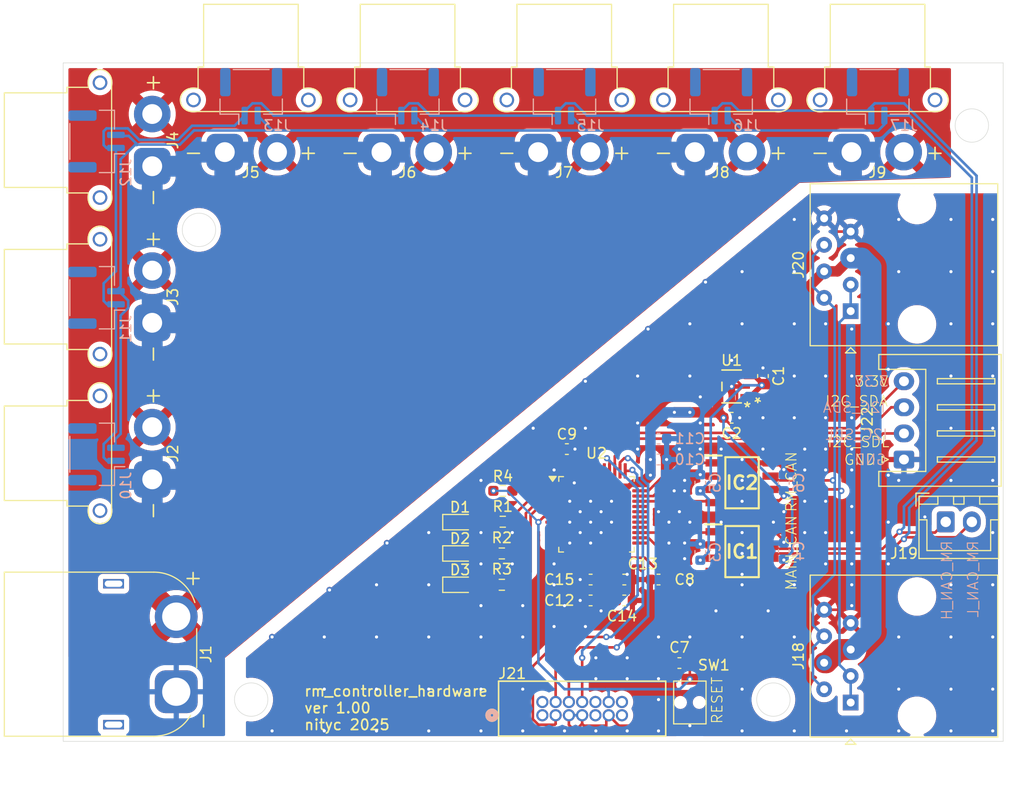
<source format=kicad_pcb>
(kicad_pcb (version 20241229) (generator "pcbnew") (generator_version "9.0")
  (layers (0 "F.Cu" signal) (2 "B.Cu" signal) (13 "F.Paste" user) (15 "B.Paste" user) (5 "F.SilkS" user "F.Silkscreen") (7 "B.SilkS" user "B.Silkscreen") (1 "F.Mask" user) (3 "B.Mask" user) (25 "Edge.Cuts" user))
  (net 0 "")
  (net 1 "+5V")
  (net 2 "VSS")
  (net 3 "VDD")
  (net 4 "NRST")
  (net 5 "/CAN_Transceiver1/CAN_RX")
  (net 6 "/CAN_Transceiver1/CAN_TX")
  (net 7 "RM_CAN_H")
  (net 8 "RM_CAN_L")
  (net 9 "/CAN_Transceiver/CAN_TX")
  (net 10 "MAIN_CAN_L")
  (net 11 "MAIN_CAN_H")
  (net 12 "/CAN_Transceiver/CAN_RX")
  (net 13 "GNDPWR")
  (net 14 "+24V")
  (net 19 "SWDIO")
  (net 20 "TRACESWO")
  (net 35 "SWCLK")
  (net 38 "I2C_SDA")
  (net 40 "I2C_SDL")
  (net 52 "Net-(D1-A)")
  (net 53 "Net-(D2-A)")
  (net 54 "Net-(D3-A)")
  (net 55 "LED_1")
  (net 56 "LED_2")
  (net 57 "LED_3")
  (footprint "Connector_AMASS:AMASS_XT30PW-F_1x02_P2.50mm_Horizontal" (layer "F.Cu") (at 108.525 89.9 90)
    (property "Reference" "J2")
    (property "Value" "XT30PW-F_Horizontal")
  )
  (footprint "Connector_RJ:RJ45_Amphenol_54602-x08_Horizontal" (layer "F.Cu") (at 175.4 111.2825 90)
    (property "Reference" "J18")
    (property "Value" "RJ45")
  )
  (footprint "Resistor_SMD:R_0603_1608Metric_Pad0.98x0.95mm_HandSolder" (layer "F.Cu") (at 142 97 180)
    (property "Reference" "R2")
    (property "Value" "330")
  )
  (footprint "d_robo_lib:TVAF06-A020B-R" (layer "F.Cu") (at 160 111.275)
    (property "Reference" "SW1")
    (property "Value" "SW_Push")
  )
  (footprint "Connector_AMASS:AMASS_XT30PW-F_1x02_P2.50mm_Horizontal" (layer "F.Cu") (at 108.525 74.9 90)
    (property "Reference" "J3")
    (property "Value" "XT30PW-F_Horizontal")
  )
  (footprint "Connector_AMASS:AMASS_XT30PW-F_1x02_P2.50mm_Horizontal" (layer "F.Cu") (at 108.525 59.9 90)
    (property "Reference" "J4")
    (property "Value" "XT30PW-F_Horizontal")
  )
  (footprint "ul_BU33SD5WG-TR:SSOP5_ROM" (layer "F.Cu") (at 164 81 180)
    (property "Reference" "U1")
    (property "Value" "BU33SD5WG-TR")
  )
  (footprint "TJA1441AT:SOIC127P600X175-8N" (layer "F.Cu") (at 165 96.82)
    (property "Reference" "IC1")
    (property "Value" "TJA1441AT" (hide yes))
  )
  (footprint "TJA1441AT:SOIC127P600X175-8N" (layer "F.Cu") (at 165 90.225)
    (property "Reference" "IC2")
    (property "Value" "TJA1441AT" (hide yes))
  )
  (footprint "Capacitor_SMD:C_0603_1608Metric" (layer "F.Cu") (at 167 80 90)
    (property "Reference" "C1")
    (property "Value" "1u")
  )
  (footprint "Resistor_SMD:R_0603_1608Metric_Pad0.98x0.95mm_HandSolder" (layer "F.Cu") (at 142.1 91 180)
    (property "Reference" "R4")
    (property "Value" "10k")
  )
  (footprint "Connector_JST:JST_XH_S4B-XH-A_1x04_P2.50mm_Horizontal" (layer "F.Cu") (at 180.5 88 90)
    (property "Reference" "J22")
    (property "Value" "Conn_01x04_Pin")
  )
  (footprint "Connector_AMASS:AMASS_XT60PW-M_1x02_P7.20mm_Horizontal" (layer "F.Cu") (at 110.825 110.25 90)
    (property "Reference" "J1")
    (property "Value" "XT60PW-M_Horizontal")
  )
  (footprint "Capacitor_SMD:C_0603_1608Metric" (layer "F.Cu") (at 150.5 101.5 180)
    (property "Reference" "C12")
    (property "Value" "1u")
  )
  (footprint "Connector_AMASS:AMASS_XT30PW-F_1x02_P2.50mm_Horizontal" (layer "F.Cu") (at 175.475 58.55)
    (property "Reference" "J9")
    (property "Value" "XT30PW-F_Horizontal")
  )
  (footprint "footprints:CONN14_3220-14_CNC" (layer "F.Cu") (at 145.88 112.5)
    (property "Reference" "J21")
    (property "Value" "STLink/v3")
  )
  (footprint "Connector_RJ:RJ45_Amphenol_54602-x08_Horizontal" (layer "F.Cu") (at 175.4 73.7825 90)
    (property "Reference" "J20")
    (property "Value" "RJ45")
  )
  (footprint "Capacitor_SMD:C_0603_1608Metric" (layer "F.Cu") (at 153.725 101.5)
    (property "Reference" "C14")
    (property "Value" "1u")
  )
  (footprint "Connector_AMASS:AMASS_XT30PW-F_1x02_P2.50mm_Horizontal" (layer "F.Cu") (at 160.475 58.55)
    (property "Reference" "J8")
    (property "Value" "XT30PW-F_Horizontal")
  )
  (footprint "Capacitor_SMD:C_0603_1608Metric" (layer "F.Cu") (at 150.5 99.5 180)
    (property "Reference" "C15")
    (property "Value" "0.1u")
  )
  (footprint "Connector_JST:JST_XH_B2B-XH-A_1x02_P2.50mm_Vertical" (layer "F.Cu") (at 184.5 93.975)
    (property "Reference" "J19")
    (property "Value" "Conn_01x02_Pin")
  )
  (footprint "Connector_AMASS:AMASS_XT30PW-F_1x02_P2.50mm_Horizontal" (layer "F.Cu") (at 145.475 58.55)
    (property "Reference" "J7")
    (property "Value" "XT30PW-F_Horizontal")
  )
  (footprint "Resistor_SMD:R_0603_1608Metric_Pad0.98x0.95mm_HandSolder" (layer "F.Cu") (at 142 100 180)
    (property "Reference" "R3")
    (property "Value" "330")
  )
  (footprint "LED_SMD:LED_0603_1608Metric_Pad1.05x0.95mm_HandSolder" (layer "F.Cu") (at 138 100)
    (property "Reference" "D3")
    (property "Value" "LED_GREEN")
  )
  (footprint "Capacitor_SMD:C_0603_1608Metric" (layer "F.Cu") (at 157 99.5 180)
    (property "Reference" "C8")
    (property "Value" "0.1u")
  )
  (footprint "Package_QFP:LQFP-48_7x7mm_P0.5mm" (layer "F.Cu") (at 151.0625 93.25)
    (property "Reference" "U2")
    (property "Value" "STM32G473CETx")
  )
  (footprint "LED_SMD:LED_0603_1608Metric_Pad1.05x0.95mm_HandSolder" (layer "F.Cu") (at 138 97)
    (property "Reference" "D2")
    (property "Value" "LED_GREEN")
  )
  (footprint "Capacitor_SMD:C_0603_1608Metric" (layer "F.Cu") (at 153.725 99.5)
    (property "Reference" "C13")
    (property "Value" "0.01u")
  )
  (footprint "Resistor_SMD:R_0603_1608Metric_Pad0.98x0.95mm_HandSolder" (layer "F.Cu") (at 142.0875 93.96 180)
    (property "Reference" "R1")
    (property "Value" "330")
  )
  (footprint "Connector_AMASS:AMASS_XT30PW-F_1x02_P2.50mm_Horizontal" (layer "F.Cu") (at 130.475 58.55)
    (property "Reference" "J6")
    (property "Value" "XT30PW-F_Horizontal")
  )
  (footprint "Capacitor_SMD:C_0603_1608Metric" (layer "F.Cu") (at 164 84)
    (property "Reference" "C2")
    (property "Value" "1u")
  )
  (footprint "LED_SMD:LED_0603_1608Metric_Pad1.05x0.95mm_HandSolder" (layer "F.Cu") (at 138 94)
    (property "Reference" "D1")
    (property "Value" "LED_GREEN")
  )
  (footprint "Connector_AMASS:AMASS_XT30PW-F_1x02_P2.50mm_Horizontal" (layer "F.Cu") (at 115.475 58.55)
    (property "Reference" "J5")
    (property "Value" "XT30PW-F_Horizontal")
  )
  (footprint "Capacitor_SMD:C_0603_1608Metric" (layer "F.Cu") (at 159 107.5 180)
    (property "Reference" "C7")
    (property "Value" "0.1u")
  )
  (footprint "Capacitor_SMD:C_0603_1608Metric" (layer "F.Cu") (at 148.225 87)
    (property "Reference" "C9")
    (property "Value" "0.1u")
  )
  (footprint "Capacitor_SMD:C_0603_1608Metric" (layer "B.Cu") (at 161 90.225 90)
    (property "Reference" "C5")
    (property "Value" "0.1u")
  )
  (footprint "Capacitor_SMD:C_0603_1608Metric" (layer "B.Cu") (at 169 90.225 90)
    (property "Reference" "C6")
    (property "Value" "0.1u")
  )
  (footprint "Connector_JST:JST_GH_SM02B-GHS-TB_1x02-1MP_P1.25mm_Horizontal" (layer "B.Cu") (at 148 53.2)
    (property "Reference" "J15")
    (property "Value" "SM02B-GHS-TB")
  )
  (footprint "Connector_JST:JST_GH_SM02B-GHS-TB_1x02-1MP_P1.25mm_Horizontal" (layer "B.Cu") (at 178 53.2)
    (property "Reference" "J17")
    (property "Value" "SM02B-GHS-TB")
  )
  (footprint "Capacitor_SMD:C_0603_1608Metric" (layer "B.Cu") (at 169 96.77 90)
    (property "Reference" "C4")
    (property "Value" "0.1u")
  )
  (footprint "Capacitor_SMD:C_0603_1608Metric" (layer "B.Cu") (at 157 86)
    (property "Reference" "C11")
    (property "Value" "4.7u")
  )
  (footprint "Connector_JST:JST_GH_SM02B-GHS-TB_1x02-1MP_P1.25mm_Horizontal" (layer "B.Cu") (at 118 53.2)
    (property "Reference" "J13")
    (property "Value" "SM02B-GHS-TB")
  )
  (footprint "Connector_JST:JST_GH_SM02B-GHS-TB_1x02-1MP_P1.25mm_Horizontal" (layer "B.Cu") (at 133 53.2)
    (property "Reference" "J14")
    (property "Value" "SM02B-GHS-TB")
  )
  (footprint "Capacitor_SMD:C_0603_1608Metric" (layer "B.Cu") (at 157 88)
    (property "Reference" "C10")
    (property "Value" "0.1u")
  )
  (footprint "Connector_JST:JST_GH_SM02B-GHS-TB_1x02-1MP_P1.25mm_Horizontal" (layer "B.Cu") (at 103.2 87.5 90)
    (property "Reference" "J10")
    (property "Value" "SM02B-GHS-TB")
  )
  (footprint "Capacitor_SMD:C_0603_1608Metric" (layer "B.Cu") (at 161 96.87 90)
    (property "Reference" "C3")
    (property "Value" "0.1u")
  )
  (footprint "Connector_JST:JST_GH_SM02B-GHS-TB_1x02-1MP_P1.25mm_Horizontal" (layer "B.Cu") (at 103.2 72.5 90)
    (property "Reference" "J11")
    (property "Value" "SM02B-GHS-TB")
  )
  (footprint "Connector_JST:JST_GH_SM02B-GHS-TB_1x02-1MP_P1.25mm_Horizontal" (layer "B.Cu") (at 103.2 57.525 90)
    (property "Reference" "J12")
    (property "Value" "SM02B-GHS-TB")
  )
  (footprint "Connector_JST:JST_GH_SM02B-GHS-TB_1x02-1MP_P1.25mm_Horizontal" (layer "B.Cu") (at 163 53.2)
    (property "Reference" "J16")
    (property "Value" "SM02B-GHS-TB")
  )
  (gr_circle (center 187 56) (end 188.6 56) (stroke (width 0.05)) (fill no) (layer "Edge.Cuts"))
  (gr_line (start 100 50) (end 100 115) (stroke (width 0.05)) (layer "Edge.Cuts"))
  (gr_circle (center 168 111) (end 169.6 111) (stroke (width 0.05)) (fill no) (layer "Edge.Cuts"))
  (gr_circle (center 113 66) (end 114.6 66) (stroke (width 0.05)) (fill no) (layer "Edge.Cuts"))
  (gr_line (start 190 50) (end 190 115) (stroke (width 0.05)) (layer "Edge.Cuts"))
  (gr_line (start 190 115) (end 100 115) (stroke (width 0.05)) (layer "Edge.Cuts"))
  (gr_line (start 100 50) (end 190 50) (stroke (width 0.05)) (layer "Edge.Cuts"))
  (gr_circle (center 118 111) (end 119.6 111) (stroke (width 0.05)) (fill no) (layer "Edge.Cuts"))
  (gr_text "3.3V" (at 175.7 81.1 0) (layer "F.SilkS") (effects (font (size 1 1) (thickness 0.1)) (justify left bottom)))
  (gr_text "RESET" (at 163.2 113.4 90) (layer "F.SilkS") (effects (font (size 1 1) (thickness 0.1)) (justify left bottom)))
  (gr_text "RM_CAN\n" (at 170.3 93.1 90) (layer "F.SilkS") (effects (font (size 1 1) (thickness 0.1)) (justify left bottom)))
  (gr_text "I2C_SDL" (at 173.1 86.9 0) (layer "F.SilkS") (effects (font (size 1 1) (thickness 0.1)) (justify left bottom)))
  (gr_text "GND" (at 174.7 88.6 0) (layer "F.SilkS") (effects (font (size 1 1) (thickness 0.1)) (justify left bottom)))
  (gr_text "I2C_SDA" (at 172.9 83 0) (layer "F.SilkS") (effects (font (size 1 1) (thickness 0.1)) (justify left bottom)))
  (gr_text "MAIN_CAN" (at 170.3 100.6 90) (layer "F.SilkS") (effects (font (size 1 1) (thickness 0.1)) (justify left bottom)))
  (gr_text "rm_controller_hardware\nver 1.00\nnityc 2025" (at 123 114 0) (layer "F.SilkS") (effects (font (size 1 1) (thickness 0.16)) (justify left bottom)))
  (gr_text "GND" (at 178.9 88.6 -0) (layer "B.SilkS") (effects (font (size 1 1) (thickness 0.1)) (justify left bottom mirror)))
  (gr_text "I2C_SDA" (at 178.8 83.6 0) (layer "B.SilkS") (effects (font (size 1 1) (thickness 0.1)) (justify left bottom mirror)))
  (gr_text "I2C_SDL" (at 179 86.2 -0) (layer "B.SilkS") (effects (font (size 1 1) (thickness 0.1)) (justify left bottom mirror)))
  (gr_text "RM_CAN_H" (at 185.2 95.7 90) (layer "B.SilkS") (effects (font (size 1 1) (thickness 0.1)) (justify left bottom mirror)))
  (gr_text "3.3V" (at 179.1 81.1 -0) (layer "B.SilkS") (effects (font (size 1 1) (thickness 0.1)) (justify left bottom mirror)))
  (gr_text "RM_CAN_L" (at 187.7 95.7 90) (layer "B.SilkS") (effects (font (size 1 1) (thickness 0.1)) (justify left bottom mirror)))
  (segment (start 172.86 69.9725) (end 174.13 69.9725) (width 1) (layer "F.Cu") (net 1))
  (segment (start 174.13 69.9725) (end 175.4 68.7025) (width 1) (layer "F.Cu") (net 1))
  (segment (start 162.275 97.455) (end 161.19 97.455) (width 0.25) (layer "F.Cu") (net 1))
  (segment (start 167.475 80.775) (end 167 80.775) (width 1) (layer "F.Cu") (net 1))
  (segment (start 172.86 107.4725) (end 173.079131 107.4725) (width 2) (layer "F.Cu") (net 1))
  (segment (start 166.8875 80.8875) (end 165.8352 81.9398) (width 0.5) (layer "F.Cu") (net 1))
  (segment (start 167 80.775) (end 166.8875 80.8875) (width 0.25) (layer "F.Cu") (net 1))
  (segment (start 171.409 71.4235) (end 171.409 76.841) (width 1) (layer "F.Cu") (net 1))
  (segment (start 162.275 90.86) (end 161.14 90.86) (width 0.25) (layer "F.Cu") (net 1))
  (segment (start 161.19 97.455) (end 161 97.645) (width 0.25) (layer "F.Cu") (net 1))
  (segment (start 174.349131 106.2025) (end 175.4 106.2025) (width 2) (layer "F.Cu") (net 1))
  (segment (start 165.8352 81.9398) (end 165.2954 81.9398) (width 0.5) (layer "F.Cu") (net 1))
  (segment (start 172.86 69.9725) (end 171.409 71.4235) (width 1) (layer "F.Cu") (net 1))
  (segment (start 173.079131 107.4725) (end 174.349131 106.2025) (width 2) (layer "F.Cu") (net 1))
  (segment (start 167 80.775) (end 166.2852 80.0602) (width 0.5) (layer "F.Cu") (net 1))
  (segment (start 161.14 90.86) (end 161 91) (width 0.25) (layer "F.Cu") (net 1))
  (segment (start 166.2852 80.0602) (end 165.2954 80.0602) (width 0.5) (layer "F.Cu") (net 1))
  (segment (start 171.409 76.841) (end 167.475 80.775) (width 1) (layer "F.Cu") (net 1))
  (via (at 166.8875 80.8875) (size 0.6) (drill 0.3) (layers "F.Cu" "B.Cu") (net 1))
  (via (at 161 97.645) (size 0.6) (drill 0.3) (layers "F.Cu" "B.Cu") (net 1))
  (via (at 161 91) (size 0.6) (drill 0.3) (layers "F.Cu" "B.Cu") (net 1))
  (segment (start 175.4 68.7025) (end 176.476 69.7785) (width 0.25) (layer "B.Cu") (net 1))
  (segment (start 176.476 105.1265) (end 175.4 106.2025) (width 0.25) (layer "B.Cu") (net 1))
  (segment (start 162 90) (end 161 91) (width 0.25) (layer "B.Cu") (net 1))
  (segment (start 177.351 104.5015) (end 175.65 106.2025) (width 2) (layer "B.Cu") (net 1))
  (segment (start 161.801 91.801) (end 161.801 96.844) (width 0.25) (layer "B.Cu") (net 1))
  (segment (start 177.351 69.59284) (end 177.351 104.5015) (width 2) (layer "B.Cu") (net 1))
  (segment (start 161 91) (end 161.801 91.801) (width 0.25) (layer "B.Cu") (net 1))
  (segment (start 176.476 69.7785) (end 176.476 105.1265) (width 0.25) (layer "B.Cu") (net 1))
  (segment (start 165.112499 80.8875) (end 162 83.999999) (width 0.25) (layer "B.Cu") (net 1))
  (segment (start 175.4 68.7025) (end 176.46066 68.7025) (width 2) (layer "B.Cu") (net 1))
  (segment (start 166.8875 80.8875) (end 165.112499 80.8875) (width 0.25) (layer "B.Cu") (net 1))
  (segment (start 162 83.999999) (end 162 90) (width 0.25) (layer "B.Cu") (net 1))
  (segment (start 176.46066 68.7025) (end 177.351 69.59284) (width 2) (layer "B.Cu") (net 1))
  (segment (start 161.801 96.844) (end 161 97.645) (width 0.25) (layer "B.Cu") (net 1))
  (segment (start 158.5 113.5) (end 160 113.5) (width 0.25) (layer "F.Cu") (net 2))
  (segment (start 156.031678 91) (end 157.775 89.256678) (width 0.25) (layer "F.Cu") (net 2))
  (segment (start 148.8125 87.1875) (end 148.8125 89.0875) (width 0.25) (layer "F.Cu") (net 2))
  (segment (start 157.775 89.256678) (end 157.775 88) (width 0.25) (layer "F.Cu") (net 2))
  (segment (start 158.225 107.5) (end 158.225 113.225) (width 0.25) (layer "F.Cu") (net 2))
  (segment (start 148.8125 90.116773) (end 148.935325 90.239598) (width 0.25) (layer "F.Cu") (net 2))
  (segment (start 153.212782 113.5) (end 160 113.5) (width 0.25) (layer "F.Cu") (net 2))
  (segment (start 174.13 102.3925) (end 175.4 103.6625) (width 0.25) (layer "F.Cu") (net 2))
  (segment (start 164.8055 79.225) (end 164.225 79.8055) (width 0.25) (layer "F.Cu") (net 2))
  (segment (start 154.5 99.5) (end 154.5 101.5) (width 0.25) (layer "F.Cu") (net 2))
  (segment (start 149 87) (end 148.8125 87.1875) (width 0.25) (layer "F.Cu") (net 2))
  (segment (start 148.42 113.42) (end 148.42 112.5) (width 0.25) (layer "F.Cu") (net 2))
  (segment (start 153.3365 97.4365) (end 153.3365 98.243178) (width 0.25) (layer "F.Cu") (net 2))
  (segment (start 162.275 96.185) (end 161.09 96.185) (width 0.25) (layer "F.Cu") (net 2))
  (segment (start 164.225 79.8055) (end 164.225 80.1709) (width 0.25) (layer "F.Cu") (net 2))
  (segment (start 153.3365 98.243178) (end 154.5 99.406678) (width 0.25) (layer "F.Cu") (net 2))
  (segment (start 165.0541 81) (end 164.5122 81.5419) (width 0.25) (layer "F.Cu") (net 2))
  (segment (start 152 112.73) (end 152 113.5) (width 0.25) (layer "F.Cu") (net 2))
  (segment (start 179 88) (end 178 87) (width 0.25) (layer "F.Cu") (net 2))
  (segment (start 162.275 89.59) (end 161.14 89.59) (width 0.25) (layer "F.Cu") (net 2))
  (segment (start 151.3125 98.219178) (end 151.031678 98.5) (width 0.25) (layer "F.Cu") (net 2))
  (segment (start 149.863817 113.5) (end 149.69 113.326183) (width 0.25) (layer "F.Cu") (net 2))
  (segment (start 156.225 99.5) (end 154.5 99.5) (width 0.25) (layer "F.Cu") (net 2))
  (segment (start 152.23 112.5) (end 152 112.73) (width 0.25) (layer "F.Cu") (net 2))
  (segment (start 149.69 113.326183) (end 149.69 112.5) (width 0.25) (layer "F.Cu") (net 2))
  (segment (start 151.031678 98.5) (end 150.725 98.5) (width 0.25) (layer "F.Cu") (net 2))
  (segment (start 177.5 86.5) (end 160.531678 86.5) (width 0.25) (layer "F.Cu") (net 2))
  (segment (start 149.725 99.5) (end 149.725 101.5) (width 0.25) (layer "F.Cu") (net 2))
  (segment (start 148.8125 89.0875) (end 148.8125 90.116773) (width 0.25) (layer "F.Cu") (net 2))
  (segment (start 168.355 88.32) (end 169 88.965) (width 0.25) (layer "F.Cu") (net 2))
  (segment (start 155.225 91) (end 156.031678 91) (width 0.25) (layer "F.Cu") (net 2))
  (segment (start 164.5122 81.5419) (end 164.5122 83.7372) (width 0.25) (layer "F.Cu") (net 2))
  (segment (start 167.725 88.32) (end 168.355 88.32) (width 0.25) (layer "F.Cu") (net 2))
  (segment (start 150.725 98.5) (end 149.725 99.5) (width 0.25) (layer "F.Cu") (net 2))
  (segment (start 165.0541 81) (end 164.225 80.1709) (width 0.25) (layer "F.Cu") (net 2))
  (segment (start 158.225 113.225) (end 158.5 113.5) (width 0.25) (layer "F.Cu") (net 2))
  (segment (start 167.725 94.915) (end 168.15 94.915) (width 0.25) (layer "F.Cu") (net 2))
  (segment (start 161.14 89.59) (end 161 89.45) (width 0.25) (layer "F.Cu") (net 2))
  (segment (start 160.531678 86.5) (end 157.775 89.256678) (width 0.25) (layer "F.Cu") (net 2))
  (segment (start 165.2954 81) (end 165.0541 81) (width 0.25) (layer "F.Cu") (net 2))
  (segment (start 174.13 66.1625) (end 172.86 64.8925) (width 0.25) (layer "F.Cu") (net 2))
  (segment (start 152.23 112.5) (end 152.23 112.517218) (width 0.25) (layer "F.Cu") (net 2))
  (segment (start 151.3125 97.4125) (end 151.3125 98.219178) (width 0.25) (layer "F.Cu") (net 2))
  (segment (start 178 87) (end 177.5 86.5) (width 0.25) (layer "F.Cu") (net 2))
  (segment (start 161.09 96.185) (end 161 96.095) (width 0.25) (layer "F.Cu") (net 2))
  (segment (start 149.673817 113.326183) (end 149 114) (width 0.25) (layer "F.Cu") (net 2))
  (segment (start 169 95.765) (end 169 95.924) (width 0.25) (layer "F.Cu") (net 2))
  (segment (start 180.5 88) (end 179 88) (width 0.25) (layer "F.Cu") (net 2))
  (segment (start 154.5 99.406678) (end 154.5 99.5) (width 0.25) (layer "F.Cu") (net 2))
  (segment (start 167 79.225) (end 164.8055 79.225) (width 0.25) (layer "F.Cu") (net 2))
  (segment (start 168.15 94.915) (end 169 95.765) (width 0.25) (layer "F.Cu") (net 2))
  (segment (start 175.4 66.1625) (end 174.13 66.1625) (width 0.25) (layer "F.Cu") (net 2))
  (segment (start 164.5122 83.7372) (end 164.775 84) (width 0.25) (layer "F.Cu") (net 2))
  (segment (start 149.69 113.326183) (end 149.673817 113.326183) (width 0.25) (layer "F.Cu") (net 2))
  (segment (start 152 113.5) (end 149.863817 113.5) (width 0.25) (layer "F.Cu") (net 2))
  (segment (start 172.86 102.3925) (end 174.13 102.3925) (width 0.25) (layer "F.Cu") (net 2))
  (segment (start 149 114) (end 148.42 113.42) (width 0.25) (layer "F.Cu") (net 2))
  (segment (start 153.3125 97.4125) (end 153.3365 97.4365) (width 0.25) (layer "F.Cu") (net 2))
  (segment (start 152.23 112.517218) (end 153.212782 113.5) (width 0.25) (layer "F.Cu") (net 2))
  (via (at 189 75) (size 0.6) (drill 0.3) (layers "F.Cu" "B.Cu") (net 2))
  (via (at 173 87) (size 0.6) (drill 0.3) (layers "F.Cu" "B.Cu") (net 2))
  (via (at 130 105) (size 0.6) (drill 0.3) (layers "F.Cu" "B.Cu") (net 2))
  (via (at 155 80) (size 0.6) (drill 0.3) (layers "F.Cu" "B.Cu") (net 2))
  (via (at 148 114) (size 0.6) (drill 0.3) (layers "F.Cu" "B.Cu") (net 2))
  (via (at 143 95) (size 0.6) (drill 0.3) (layers "F.Cu" "B.Cu") (net 2))
  (via (at 135 100) (size 0.6) (drill 0.3) (layers "F.Cu" "B.Cu") (net 2))
  (via (at 161 89.45) (size 0.6) (drill 0.3) (layers "F.Cu" "B.Cu") (net 2))
  (via (at 165 75) (size 0.6) (drill 0.3) (layers "F.Cu" "B.Cu") (net 2))
  (via (at 165 70) (size 0.6) (drill 0.3) (layers "F.Cu" "B.Cu") (net 2))
  (via (at 165 90) (size 0.6) (drill 0.3) (layers "F.Cu" "B.Cu") (net 2))
  (via (at 175.5 75.5) (size 0.6) (drill 0.3) (layers "F.Cu" "B.Cu") (net 2))
  (via (at 189 110) (size 0.6) (drill 0.3) (layers "F.Cu" "B.Cu") (net 2))
  (via (at 175.5 92.5) (size 0.6) (drill 0.3) (layers "F.Cu" "B.Cu") (net 2))
  (via (at 185 100) (size 0.6) (drill 0.3) (layers "F.Cu" "B.Cu") (net 2))
  (via (at 180 110) (size 0.6) (drill 0.3) (layers "F.Cu" "B.Cu") (net 2))
  (via (at 159 87) (size 0.6) (drill 0.3) (layers "F.Cu" "B.Cu") (net 2))
  (via (at 189 95) (size 0.6) (drill 0.3) (layers "F.Cu" "B.Cu") (net 2))
  (via (at 173 80) (size 0.6) (drill 0.3) (layers "F.Cu" "B.Cu") (net 2))
  (via (at 125 114) (size 0.6) (drill 0.3) (layers "F.Cu" "B.Cu") (net 2))
  (via (at 149.5 101.5) (size 0.6) (drill 0.3) (layers "F.Cu" "B.Cu") (net 2))
  (via (at 175.5 89) (size 0.6) (drill 0.3) (layers "F.Cu" "B.Cu") (net 2))
  (via (at 167 84) (size 0.6) (drill 0.3) (layers "F.Cu" "B.Cu") (net 2))
  (via (at 161 96.095) (size 0.6) (drill 0.3) (layers "F.Cu" "B.Cu") (net 2))
  (via (at 157 105) (size 0.6) (drill 0.3) (layers "F.Cu" "B.Cu") (net 2))
  (via (at 161 84.5) (size 0.6) (drill 0.3) (layers "F.Cu" "B.Cu") (net 2))
  (via (at 149.5 93) (size 0.6) (drill 0.3) (layers "F.Cu" "B.Cu") (net 2))
  (via (at 154 107) (size 0.6) (drill 0.3) (layers "F.Cu" "B.Cu") (net 2))
  (via (at 130 100) (size 0.6) (drill 0.3) (layers "F.Cu" "B.Cu") (net 2))
  (via (at 161.5 71) (size 0.6) (drill 0.3) (layers "F.Cu" "B.Cu") (net 2))
  (via (at 140 105) (size 0.6) (drill 0.3) (layers "F.Cu" "B.Cu") (net 2))
  (via (at 159.5 91) (size 0.6) (drill 0.3) (layers "F.Cu" "B.Cu") (net 2))
  (via (at 147 100) (size 0.6) (drill 0.3) (layers "F.Cu" "B.Cu") (net 2))
  (via (at 171 87) (size 0.6) (drill 0.3) (layers "F.Cu" "B.Cu") (net 2))
  (via (at 189 114) (size 0.6) (drill 0.3) (layers "F.Cu" "B.Cu") (net 2))
  (via (at 149 87) (size 0.6) (drill 0.3) (layers "F.Cu" "B.Cu") (net 2))
  (via (at 180 65) (size 0.6) (drill 0.3) (layers "F.Cu" "B.Cu") (net 2))
  (via (at 173 98) (size 0.6) (drill 0.3) (layers "F.Cu" "B.Cu") (net 2))
  (via (at 175 114) (size 0.6) (drill 0.3) (layers "F.Cu" "B.Cu") (net 2))
  (via (at 175.5 102) (size 0.6) (drill 0.3) (layers "F.Cu" "B.Cu") (net 2))
  (via (at 161 87) (size 0.6) (drill 0.3) (layers "F.Cu" "B.Cu") (net 2))
  (via (at 130 110) (size 0.6) (drill 0.3) (layers "F.Cu" "B.Cu") (net 2))
  (via (at 173 75) (size 0.6) (drill 0.3) (layers "F.Cu" "B.Cu") (net 2))
  (via (at 145 85) (size 0.6) (drill 0.3) (layers "F.Cu" "B.Cu") (net 2))
  (via (at 180 90) (size 0.6) (drill 0.3) (layers "F.Cu" "B.Cu") (net 2))
  (via (at 173 89) (size 0.6) (drill 0.3) (layers "F.Cu" "B.Cu") (net 2))
  (via (at 173 84) (size 0.6) (drill 0.3) (layers "F.Cu" "B.Cu") (net 2))
  (via (at 173 95) (size 0.6) (drill 0.3) (layers "F.Cu" "B.Cu") (net 2))
  (via (at 160 113.5) (size 0.6) (drill 0.3) (layers "F.Cu" "B.Cu") (net 2))
  (via (at 140 102) (size 0.6) (drill 0.3) (layers "F.Cu" "B.Cu") (net 2))
  (via (at 151.5 95) (size 0.6) (drill 0.3) (layers "F.Cu" "B.Cu") (net 2))
  (via (at 160 80) (size 0.6) (drill 0.3) (layers "F.Cu" "B.Cu") (net 2))
  (via (at 161 82) (size 0.6) (drill 0.3) (layers "F.Cu" "B.Cu") (net 2))
  (via (at 157 111) (size 0.6) (drill 0.3) (layers "F.Cu" "B.Cu") (net 2))
  (via (at 160 75) (size 0.6) (drill 0.3) (layers "F.Cu" "B.Cu") (net 2))
  (via (at 171 95) (size 0.6) (drill 0.3) (layers "F.Cu" "B.Cu") (net 2))
  (via (at 147 104) (size 0.6) (drill 0.3) (layers "F.Cu" "B.Cu") (net 2))
  (via (at 165 88) (size 0.6) (drill 0.3) (layers "F.Cu" "B.Cu") (net 2))
  (via (at 148.5 94) (size 0.6) (drill 0.3) (layers "F.Cu" "B.Cu") (net 2))
  (via (at 167.5 102.5) (size 0.6) (drill 0.3) (layers "F.Cu" "B.Cu") (net 2))
  (via (at 170 100) (size 0.6) (drill 0.3) (layers "F.Cu" "B.Cu") (net 2))
  (via (at 144 114) (size 0.6) (drill 0.3) (layers "F.Cu" "B.Cu") (net 2))
  (via (at 164 78.5) (size 0.6) (drill 0.3) (layers "F.Cu" "B.Cu") (net 2))
  (via (at 179 79.36) (size 0.6) (drill 0.3) (layers "F.Cu" "B.Cu") (net 2))
  (via (at 148.935325 90.239598) (size 0.6) (drill 0.3) (layers "F.Cu" "B.Cu") (net 2))
  (via (at 189 70) (size 0.6) (drill 0.3) (layers "F.Cu" "B.Cu") (net 2))
  (via (at 165 100) (size 0.6) (drill 0.3) (layers "F.Cu" "B.Cu") (net 2))
  (via (at 135 95) (size 0.6) (drill 0.3) (layers "F.Cu" "B.Cu") (net 2))
  (via (at 169 93) (size 0.6) (drill 0.3) (layers "F.Cu" "B.Cu") (net 2))
  (via (at 131 96) (size 0.6) (drill 0.3) (layers "F.Cu" "B.Cu") (net 2))
  (via (at 150.5 94) (size 0.6) (drill 0.3) (layers "F.Cu" "B.Cu") (net 2))
  (via (at 158 96) (size 0.6) (drill 0.3) (layers "F.Cu" "B.Cu") (net 2))
  (via (at 125 110) (size 0.6) (drill 0.3) (layers "F.Cu" "B.Cu") (net 2))
  (via (at 140 98) (size 0.6) (drill 0.3) (layers "F.Cu" "B.Cu") (net 2))
  (via (at 175.5 84) (size 0.6) (drill 0.3) (layers "F.Cu" "B.Cu") (net 2))
  (via (at 130 114) (size 0.6) (drill 0.3) (layers "F.Cu" "B.Cu") (net 2))
  (via (at 164.775 84) (size 0.6) (drill 0.3) (layers "F.Cu" "B.Cu") (net 2))
  (via (at 148 102) (size 0.6) (drill 0.3) (layers "F.Cu" "B.Cu") (net 2))
  (via (at 151 114) (size 0.6) (drill 0.3) (layers "F.Cu" "B.Cu") (net 2))
  (via (at 163 87) (size 0.6) (drill 0.3) (layers "F.Cu" "B.Cu") (net 2))
  (via (at 151.5 93) (size 0.6) (drill 0.3) (layers "F.Cu" "B.Cu") (net 2))
  (via (at 179 75) (size 0.6) (drill 0.3) (layers "F.Cu" "B.Cu") (net 2))
  (via (at 159.5 97.5) (size 0.6) (drill 0.3) (layers "F.Cu" "B.Cu") (net 2))
  (via (at 185 110) (size 0.6) (drill 0.3) (layers "F.Cu" "B.Cu") (net 2))
  (via (at 157 109) (size 0.6) (drill 0.3) (layers "F.Cu" "B.Cu") (net 2))
  (via (at 140 110) (size 0.6) (drill 0.3) (layers "F.Cu" "B.Cu") (net 2))
  (via (at 143 98) (size 0.6) (drill 0.3) (layers "F.Cu" "B.Cu") (net 2))
  (via (at 147 89) (size 0.6) (drill 0.3) (layers "F.Cu" "B.Cu") (net 2))
  (via (at 135 110) (size 0.6) (drill 0.3) (layers "F.Cu" "B.Cu") (net 2))
  (via (at 167 79.225) (size 0.6) (drill 0.3) (layers "F.Cu" "B.Cu") (net 2))
  (via (at 182.5 93.5) (size 0.6) (drill 0.3) (layers "F.Cu" "B.Cu") (net 2))
  (via (at 152.5 92) (size 0.6) (drill 0.3) (layers "F.Cu" "B.Cu") (net 2))
  (via (at 185 75) (size 0.6) (drill 0.3) (layers "F.Cu" "B.Cu") (net 2))
  (via (at 171 89) (size 0.6) (drill 0.3) (layers "F.Cu" "B.Cu") (net 2))
  (via (at 189 85) (size 0.6) (drill 0.3) (layers "F.Cu" "B.Cu") (net 2))
  (via (at 151 109) (size 0.6) (drill 0.3) (layers "F.Cu" "B.Cu") (net 2))
  (via (at 157 93) (size 0.6) (drill 0.3) (layers "F.Cu" "B.Cu") (net 2))
  (via (at 144 102) (size 0.6) (drill 0.3) (layers "F.Cu" "B.Cu") (net 2))
  (via (at 160 100) (size 0.6) (drill 0.3) (layers "F.Cu" "B.Cu") (net 2))
  (via (at 125 105) (size 0.6) (drill 0.3) (layers "F.Cu" "B.Cu") (net 2))
  (via (at 144 105) (size 0.6) (drill 0.3) (layers "F.Cu" "B.Cu") (net 2))
  (via (at 175.5 95) (size 0.6) (drill 0.3) (layers "F.Cu" "B.Cu") (net 2))
  (via (at 157 114) (size 0.6) (drill 0.3) (layers "F.Cu" "B.Cu") (net 2))
  (via (at 179 94) (size 0.6) (drill 0.3) (layers "F.Cu" "B.Cu") (net 2))
  (via (at 151.5 102.5) (size 0.6) (drill 0.3) (layers "F.Cu" "B.Cu") (net 2))
  (via (at 135 114) (size 0.6) (drill 0.3) (layers "F.Cu" "B.Cu") (net 2))
  (via (at 120 114) (size 0.6) (drill 0.3) (layers "F.Cu" "B.Cu") (net 2))
  (via (at 140 114) (size 0.6) (drill 0.3) (layers "F.Cu" "B.Cu") (net 2))
  (via (at 175.5 100) (size 0.6) (drill 0.3) (layers "F.Cu" "B.Cu") (net 2))
  (via (at 180 70) (size 0.6) (drill 0.3) (layers "F.Cu" "B.Cu") (net 2))
  (via (at 170 70) (size 0.6) (drill 0.3) (layers "F.Cu" "B.Cu") (net 2))
  (via (at 159.5 90) (size 0.6) (drill 0.3) (layers "F.Cu" "B.Cu") (net 2))
  (via (at 165 95) (size 0.6) (drill 0.3) (layers "F.Cu" "B.Cu") (net 2))
  (via (at 175.5 98) (size 0.6) (drill 0.3) (layers "F.Cu" "B.Cu") (net 2))
  (via (at 189 100) (size 0.6) (drill 0.3) (layers "F.Cu" "B.Cu") (net 2))
  (via (at 158.5 91) (size 0.6) (drill 0.3) (layers "F.Cu" "B.Cu") (net 2))
  (via (at 169 95.924) (size 0.6) (drill 0.3) (layers "F.Cu" "B.Cu") (net 2))
  (via (at 170 84) (size 0.6) (drill 0.3) (layers "F.Cu" "B.Cu") (net 2))
  (via (at 147 98) (size 0.6) (drill 0.3) (layers "F.Cu" "B.Cu") (net 2))
  (via (at 185 90) (size 0.6) (drill 0.3) (layers "F.Cu" "B.Cu") (net 2))
  (via (at 159.5 96) (size 0.6) (drill 0.3) (layers "F.Cu" "B.Cu") (net 2))
  (via (at 179 98) (size 0.6) (drill 0.3) (layers "F.Cu" "B.Cu") (net 2))
  (via (at 165 105) (size 0.6) (drill 0.3) (layers "F.Cu" "B.Cu") (net 2))
  (via (at 150 104) (size 0.6) (drill 0.3) (layers "F.Cu" "B.Cu") (net 2))
  (via (at 154 109) (size 0.6) (drill 0.3) (layers "F.Cu" "B.Cu") (net 2))
  (via (at 165 114) (size 0.6) (drill 0.3) (layers "F.Cu" "B.Cu") (net 2))
  (via (at 150 85) (size 0.6) (drill 0.3) (layers "F.Cu" "B.Cu") (net 2))
  (via (at 160 105) (size 0.6) (drill 0.3) (layers "F.Cu" "B.Cu") (net 2))
  (via (at 165 92) (size 0.6) (drill 0.3) (layers "F.Cu" "B.Cu") (net 2))
  (via (at 173 92) (size 0.6) (drill 0.3) (layers "F.Cu" "B.Cu") (net 2))
  (via (at 170 75) (size 0.6) (drill 0.3) (layers "F.Cu" "B.Cu") (net 2))
  (via (at 170 114) (size 0.6) (drill 0.3) (layers "F.Cu" "B.Cu") (net 2))
  (via (at 150.5 96) (size 0.6) (drill 0.3) (layers "F.Cu" "B.Cu") (net 2))
  (via (at 185 105) (size 0.6) (drill 0.3) (layers "F.Cu" "B.Cu") (net 2))
  (via (at 163 94) (size 0.6) (drill 0.3) (layers "F.Cu" "B.Cu") (net 2))
  (via (at 140 90) (size 0.6) (drill 0.3) (layers "F.Cu" "B.Cu") (net 2))
  (via (at 185 80) (size 0.6) (drill 0.3) (layers "F.Cu" "B.Cu") (net 2))
  (via (at 189 80) (size 0.6) (drill 0.3) (layers "F.Cu" "B.Cu") (net 2))
  (via (at 189 90) (size 0.6) (drill 0.3) (layers "F.Cu" "B.Cu") (net 2))
  (via (at 179 89.5) (size 0.6) (drill 0.3) (layers "F.Cu" "B.Cu") (net 2))
  (via (at 150 80.5) (size 0.6) (drill 0.3) (layers "F.Cu" "B.Cu") (net 2))
  (via (at 185 70) (size 0.6) (drill 0.3) (layers "F.Cu" "B.Cu") (net 2))
  (via (at 135 105) (size 0.6) (drill 0.3) (layers "F.Cu" "B.Cu") (net 2))
  (via (at 169 88.965) (size 0.6) (drill 0.3) (layers "F.Cu" "B.Cu") (net 2))
  (via (at 152.5 94) (size 0.6) (drill 0.3) (layers "F.Cu" "B.Cu") (net 2))
  (via (at 140 95) (size 0.6) (drill 0.3) (layers "F.Cu" "B.Cu") (net 2))
  (via (at 148.5 92) (size 0.6) (drill 0.3) (layers "F.Cu" "B.Cu") (net 2))
  (via (at 165 97) (size 0.6) (drill 0.3) (layers "F.Cu" "B.Cu") (net 2))
  (via (at 156 75.5) (size 0.6) (drill 0.3) (layers "F.Cu" "B.Cu") (net 2))
  (via (at 185 85) (size 0.6) (drill 0.3) (layers "F.Cu" "B.Cu") (net 2))
  (via (at 155 84.5) (size 0.6) (drill 0.3) (layers "F.Cu" "B.Cu") (net 2))
  (via (at 168 94) (size 0.6) (drill 0.3) (layers "F.Cu" "B.Cu") (net 2))
  (via (at 148.5 96) (size 0.6) (drill 0.3) (layers "F.Cu" "B.Cu") (net 2))
  (via (at 155 87) (size 0.6) (drill 0.3) (layers "F.Cu" "B.Cu") (net 2))
  (via (at 162.5 102.5) (size 0.6) (drill 0.3) (layers "F.Cu" "B.Cu") (net 2))
  (via (at 158 94) (size 0.6) (drill 0.3) (layers "F.Cu" "B.Cu") (net 2))
  (via (at 175.5 87) (size 0.6) (drill 0.3) (layers "F.Cu" "B.Cu") (net 2))
  (via (at 149.5 95) (size 0.6) (drill 0.3) (layers "F.Cu" "B.Cu") (net 2))
  (via (at 185 114) (size 0.6) (drill 0.3) (layers "F.Cu" "B.Cu") (net 2))
  (via (at 154 114) (size 0.6) (drill 0.3) (layers "F.Cu" "B.Cu") (net 2))
  (via (at 151 107) (size 0.6) (drill 0.3) (layers "F.Cu" "B.Cu") (net 2))
  (via (at 120 105) (size 0.6) (drill 0.3) (layers "F.Cu" "B.Cu") (net 2))
  (via (at 167 87) (size 0.6) (drill 0.3) (layers "F.Cu" "B.Cu") (net 2))
  (via (at 171 92) (size 0.6) (drill 0.3) (layers "F.Cu" "B.Cu") (net 2))
  (via (at 170 105) (size 0.6) (drill 0.3) (layers "F.Cu" "B.Cu") (net 2))
  (via (at 150.5 92) (size 0.6) (drill 0.3) (layers "F.Cu" "B.Cu") (net 2))
  (via (at 170 80) (size 0.6) (drill 0.3) (layers "F.Cu" "B.Cu") (net 2))
  (via (at 180 114) (size 0.6) (drill 0.3) (layers "F.Cu" "B.Cu") (net 2))
  (via (at 170 65) (size 0.6) (drill 0.3) (layers "F.Cu" "B.Cu") (net 2))
  (via (at 149.5 99.5) (size 0.6) (drill 0.3) (layers "F.Cu" "B.Cu") (net 2))
  (via (at 160 94) (size 0.6) (drill 0.3) (layers "F.Cu" "B.Cu") (net 2))
  (via (at 125.5 100.5) (size 0.6) (drill 0.3) (layers "F.Cu" "B.Cu") (net 2))
  (via (at 189 105) (size 0.6) (drill 0.3) (layers "F.Cu" "B.Cu") (net 2))
  (via (at 165 99) (size 0.6) (drill 0.3) (layers "F.Cu" "B.Cu") (net 2))
  (via (at 165 110) (size 0.6) (drill 0.3) (layers "F.Cu" "B.Cu") (net 2))
  (via (at 185 65) (size 0.6) (drill 0.3) (layers "F.Cu" "B.Cu") (net 2))
  (via (at 189 65) (size 0.6) (drill 0.3) (layers "F.Cu" "B.Cu") (net 2))
  (via (at 175.5 80) (size 0.6) (drill 0.3) (layers "F.Cu" "B.Cu") (net 2))
  (via (at 157.775 88) (size 0.6) (drill 0.3) (layers "F.Cu" "B.Cu") (net 2))
  (via (at 180 105) (size 0.6) (drill 0.3) (layers "F.Cu" "B.Cu") (net 2))
  (via (at 154 99) (size 0.6) (drill 0.3) (layers "F.Cu" "B.Cu") (net 2))
  (via (at 144 110) (size 0.6) (drill 0.3) (layers "F.Cu" "B.Cu") (net 2))
  (via (at 159 93) (size 0.6) (drill 0.3) (layers "F.Cu" "B.Cu") (net 2))
  (via (at 164 81) (size 0.6) (drill 0.3) (layers "F.Cu" "B.Cu") (net 2))
  (segment (start 179 95.385298) (end 183.614702 100) (width 0.25) (layer "B.Cu") (net 2))
  (segment (start 179 94) (end 179 104) (width 0.5) (layer "B.Cu") (net 2))
  (segment (start 169 89.45) (end 169 88.965) (width 0.25) (layer "B.Cu") (net 2))
  (segment (start 183.614702 100) (end 185 100) (width 0.25) (layer "B.Cu") (net 2))
  (segment (start 157.775 86) (end 157.775 88) (width 0.25) (layer "B.Cu") (net 2))
  (segment (start 179 94) (end 179 95.385298) (width 0.25) (layer "B.Cu") (net 2))
  (segment (start 148.42 112.5) (end 149.69 112.5) (width 0.25) (layer "B.Cu") (net 2))
  (segment (start 179 104) (end 180 105) (width 0.5) (layer "B.Cu") (net 2))
  (segment (start 155.576 90.149) (end 154.588008 90.149) (width 0.5) (layer "F.Cu") (net 3))
  (segment (start 153.9135 96.5) (end 153.9135 97.3115) (width 0.5) (layer "F.Cu") (net 3))
  (segment (start 162.7046 81.9525) (end 162.7046 83.4796) (width 1) (layer "F.Cu") (net 3))
  (segment (start 149.2464 90.990598) (end 148.62425 90.990598) (width 0.5) (layer "F.Cu") (net 3))
  (segment (start 168.275 98.725) (end 169 98) (width 0.25) (layer "F.Cu") (net 3))
  (segment (start 149.686325 90.550673) (end 149.2464 90.990598) (width 0.5) (layer "F.Cu") (net 3))
  (segment (start 152.95 98.856678) (end 152.95 99.5) (width 0.25) (layer "F.Cu") (net 3))
  (segment (start 148.3125 87.8625) (end 147.45 87) (width 0.25) (layer "F.Cu") (net 3))
  (segment (start 151.275 99.5) (end 151.8125 98.9625) (width 0.25) (layer "F.Cu") (net 3))
  (segment (start 152 96.741544) (end 152 97.4125) (width 0.5) (layer "F.Cu") (net 3))
  (segment (start 143.5125 90.5) (end 143.0125 91) (width 0.25) (layer "F.Cu") (net 3))
  (segment (start 169 98) (end 169 97.625) (width 0.25) (layer "F.Cu") (net 3))
  (segment (start 153.6375 96.224) (end 152.517544 96.224) (width 0.5) (layer "F.Cu") (net 3))
  (segment (start 157.775 99.5) (end 155.6875 97.4125) (width 0.25) (layer "F.Cu") (net 3))
  (segment (start 160 83.4796) (end 158.5204 83.4796) (width 1) (layer "F.Cu") (net 3))
  (segment (start 163.225 84) (end 162.7046 83.4796) (width 1) (layer "F.Cu") (net 3))
  (segment (start 154.186335 90.550673) (end 153.9135 90.823508) (width 0.5) (layer "F.Cu") (net 3))
  (segment (start 152 97.4125) (end 151.8125 97.4125) (width 0.25) (layer "F.Cu") (net 3))
  (segment (start 153.9135 90.823508) (end 153.9135 96.5) (width 0.5) (layer "F.Cu") (net 3))
  (segment (start 148.184325 90.550673) (end 148.184325 89.114675) (width 0.5) (layer "F.Cu") (net 3))
  (segment (start 156.225 89.5) (end 155.225 90.5) (width 0.25) (layer "F.Cu") (net 3))
  (segment (start 153.9135 96.5) (end 153.6375 96.224) (width 0.5) (layer "F.Cu") (net 3))
  (segment (start 152.3125 97.4125) (end 152.3365 97.4365) (width 0.25) (layer "F.Cu") (net 3))
  (segment (start 155.576 90.149) (end 155.225 90.149) (width 1) (layer "F.Cu") (net 3))
  (segment (start 152.517544 96.224) (end 152 96.741544) (width 0.5) (layer "F.Cu") (net 3))
  (segment (start 167.725 92.13) (end 168.355 92.13) (width 0.25) (layer "F.Cu") (net 3))
  (segment (start 152.3365 97.4365) (end 152.3365 98.243178) (width 0.25) (layer "F.Cu") (net 3))
  (segment (start 148.032652 90.399) (end 146.9 90.399) (width 0.5) (layer "F.Cu") (net 3))
  (segment (start 154.588008 90.149) (end 154.186335 90.550673) (width 0.5) (layer "F.Cu") (net 3))
  (segment (start 147.15 112.5) (end 147.15 113.326183) (width 0.25) (layer "F.Cu") (net 3))
  (segment (start 147.15 113.326183) (end 147.065983 113.4102) (width 0.25) (layer "F.Cu") (net 3))
  (segment (start 148.184325 89.114675) (end 148.2115 89.0875) (width 0.5) (layer "F.Cu") (net 3))
  (segment (start 148.62425 90.990598) (end 148.184325 90.550673) (width 0.5) (layer "F.Cu") (net 3))
  (segment (start 162.7046 83.4796) (end 160 83.4796) (width 1) (layer "F.Cu") (net 3))
  (segment (start 148.3125 89.0875) (end 148.3125 87.8625) (width 0.25) (layer "F.Cu") (net 3))
  (segment (start 151.8125 98.9625) (end 151.8125 97.4125) (width 0.25) (layer "F.Cu") (net 3))
  (segment (start 148.184325 90.550673) (end 148.032652 90.399) (width 0.5) (layer "F.Cu") (net 3))
  (segment (start 155.6875 97.4125) (end 153.8125 97.4125) (width 0.25) (layer "F.Cu") (net 3))
  (segment (start 156.225 89.5) (end 156.225 88) (width 1) (layer "F.Cu") (net 3))
  (segment (start 168.355 92.13) (end 169 91.485) (width 0.25) (layer "F.Cu") (net 3))
  (segment (start 145.502982 113.4102) (end 144.9698 112.877018) (width 0.25) (layer "F.Cu") (net 3))
  (segment (start 144.9698 107.8052) (end 151.275 101.5) (width 0.25) (layer "F.Cu") (net 3))
  (segment (start 152.3125 97.4125) (end 152 97.4125) (width 0.25) (layer "F.Cu") (net 3))
  (segment (start 156.225 89.5) (end 155.576 90.149) (width 1) (layer "F.Cu") (net 3))
  (segment (start 146.9 90.5) (end 143.5125 90.5) (width 0.25) (layer "F.Cu") (net 3))
  (segment (start 164.225 85) (end 163.225 84) (width 0.25) (layer "F.Cu") (net 3))
  (segment (start 167.725 98.725) (end 168.275 98.725) (width 0.25) (layer "F.Cu") (net 3))
  (segment (start 152.95 101.5) (end 152.95 99.5) (width 0.25) (layer "F.Cu") (net 3))
  (segment (start 180.5 80.5) (end 176 85) (width 0.25) (layer "F.Cu") (net 3))
  (segment (start 147.065983 113.4102) (end 145.502982 113.4102) (width 0.25) (layer "F.Cu") (net 3))
  (segment (start 151.275 99.5) (end 151.275 101.5) (width 0.25) (layer "F.Cu") (net 3))
  (segment (start 144.9698 112.877018) (end 144.9698 107.8052) (width 0.25) (layer "F.Cu") (net 3))
  (segment (start 155.201 90.524) (end 155.225 90.5) (width 0.25) (layer "F.Cu") (net 3))
  (segment (start 152.3365 98.243178) (end 152.95 98.856678) (width 0.25) (layer "F.Cu") (net 3))
  (segment (start 154.186335 90.550673) (end 149.686325 90.550673) (width 0.5) (layer "F.Cu") (net 3))
  (segment (start 176 85) (end 164.225 85) (width 0.25) (layer "F.Cu") (net 3))
  (via (at 156.225 88) (size 0.6) (drill 0.3) (layers "F.Cu" "B.Cu") (net 3))
  (via (at 163.225 84) (size 0.6) (drill 0.3) (layers "F.Cu" "B.Cu") (net 3))
  (via (at 160 83.4796) (size 0.6) (drill 0.3) (layers "F.Cu" "B.Cu") (net 3))
  (via (at 169 91.485) (size 0.6) (drill 0.3) (layers "F.Cu" "B.Cu") (net 3))
  (via (at 158.5204 83.4796) (size 0.6) (drill 0.3) (layers "F.Cu" "B.Cu") (net 3))
  (via (at 156.225 89.5) (size 0.6) (drill 0.3) (layers "F.Cu" "B.Cu") (net 3))
  (via (at 169 97.625) (size 0.6) (drill 0.3) (layers "F.Cu" "B.Cu") (net 3))
  (segment (start 158.5204 83.4796) (end 160 83.4796) (width 1) (layer "B.Cu") (net 3))
  (segment (start 156.225 85) (end 156.225 86) (width 1) (layer "B.Cu") (net 3))
  (segment (start 169 91) (end 163.225 85.225) (width 0.25) (layer "B.Cu") (net 3))
  (segment (start 156.225 86) (end 156.225 88) (width 1) (layer "B.Cu") (net 3))
  (segment (start 169.801 96.824) (end 169 97.625) (width 0.25) (layer "B.Cu") (net 3))
  (segment (start 163.225 85.225) (end 163.225 84) (width 0.25) (layer "B.Cu") (net 3))
  (segment (start 157.7454 83.4796) (end 156.225 85) (width 1) (layer "B.Cu") (net 3))
  (segment (start 169 91) (end 169.801 91.801) (width 0.25) (layer "B.Cu") (net 3))
  (segment (start 158.5204 83.4796) (end 157.7454 83.4796) (width 1) (layer "B.Cu") (net 3))
  (segment (start 156.225 88) (end 156.225 89.5) (width 1) (layer "B.Cu") (net 3))
  (segment (start 169.801 91.801) (end 169.801 96.824) (width 0.25) (layer "B.Cu") (net 3))
  (segment (start 160 109.05) (end 160 107.725) (width 0.25) (layer "F.Cu") (net 4))
  (segment (start 141.1875 91) (end 141.2 91) (width 0.2) (layer "F.Cu") (net 4))
  (segment (start 146 93.5) (end 145.5 94) (width 0.25) (layer "F.Cu") (net 4))
  (segment (start 146.9 93.5) (end 146 93.5) (width 0.25) (layer "F.Cu") (net 4))
  (segment (start 160 107.725) (end 159.775 107.5) (width 0.25) (layer "F.Cu") (net 4))
  (via (at 160 109.05) (size 0.6) (drill 0.3) (layers "F.Cu" "B.Cu") (net 4))
  (via (at 141.2 91) (size 0.6) (drill 0.3) (layers "F.Cu" "B.Cu") (net 4))
  (via (at 145.5 94) (size 0.6) (drill 0.3) (layers "F.Cu" "B.Cu") (net 4))
  (segment (start 152 110) (end 152.23 110.23) (width 0.25) (layer "B.Cu") (net 4))
  (segment (start 152 110) (end 159.05 110) (width 0.25) (layer "B.Cu") (net 4))
  (segment (start 159.05 110) (end 160 109.05) (width 0.25) (layer "B.Cu") (net 4))
  (segment (start 145.5 107.5) (end 148 110) (width 0.25) (layer "B.Cu") (net 4))
  (segment (start 148 110) (end 151.826183 110) (width 0.25) (layer "B.Cu") (net 4))
  (segment (start 152.23 110.23) (end 152.23 111.23) (width 0.25) (layer "B.Cu") (net 4))
  (segment (start 142.5 91) (end 145.5 94) (width 0.2) (layer "B.Cu") (net 4))
  (segment (start 141.2 91) (end 142.5 91) (width 0.2) (layer "B.Cu") (net 4))
  (segment (start 145.5 94) (end 145.5 107.5) (width 0.25) (layer "B.Cu") (net 4))
  (segment (start 159.256678 98.725) (end 156.031678 95.5) (width 0.25) (layer "F.Cu") (net 5))
  (segment (start 156.031678 95.5) (end 155.225 95.5) (width 0.25) (layer "F.Cu") (net 5))
  (segment (start 162.275 98.725) (end 159.256678 98.725) (width 0.25) (layer "F.Cu") (net 5))
  (segment (start 162.19 95) (end 162.275 94.915) (width 0.25) (layer "F.Cu") (net 6))
  (segment (start 155.225 95) (end 162.19 95) (width 0.25) (layer "F.Cu") (net 6))
  (segment (start 180.079587 94.920413) (end 180.159174 95) (width 0.25) (layer "F.Cu") (net 7))
  (segment (start 168.089 96.549) (end 167.725 96.185) (width 0.25) (layer "F.Cu") (net 7))
  (segment (start 180.159174 95) (end 183.475 95) (width 0.25) (layer "F.Cu") (net 7))
  (segment (start 180.079587 94.920413) (end 178.451 96.549) (width 0.25) (layer "F.Cu") (net 7))
  (segment (start 178.451 96.549) (end 168.089 96.549) (width 0.25) (layer "F.Cu") (net 7))
  (segment (start 183.475 95) (end 184.5 93.975) (width 0.25) (layer "F.Cu") (net 7))
  (via (at 180.079587 94.920413) (size 0.6) (drill 0.3) (layers "F.Cu" "B.Cu") (net 7))
  (segment (start 178.625 55.05) (end 178.625 55.899999) (width 0.25) (layer "B.Cu") (net 7))
  (segment (start 105.501 59.226322) (end 105.501 71.424) (width 0.25) (layer "B.Cu") (net 7))
  (segment (start 105.501 71.424) (end 105.05 71.875) (width 0.25) (layer "B.Cu") (net 7))
  (segment (start 106.863661 57.863661) (end 107 57.727322) (width 0.25) (layer "B.Cu") (net 7))
  (segment (start 107 57.727322) (end 105.501 59.226322) (width 0.25) (layer "B.Cu") (net 7))
  (segment (start 180.5 92.5) (end 187 86) (width 0.25) (layer "B.Cu") (net 7))
  (segment (start 107.091022 57.824) (end 107.051361 57.863661) (width 0.25) (layer "B.Cu") (net 7))
  (segment (start 106.272678 57) (end 105.15 57) (width 0.25) (layer "B.Cu") (net 7))
  (segment (start 105.05 71.875) (end 105.327322 71.875) (width 0.25) (layer "B.Cu") (net 7))
  (segment (start 106.226 73.476322) (end 105.501 74.201322) (width 0.25) (layer "B.Cu") (net 7))
  (segment (start 180.5 94.5) (end 180.5 92.5) (width 0.25) (layer "B.Cu") (net 7))
  (segment (start 105.501 85.534488) (end 105 86.035488) (width 0.25) (layer "B.Cu") (net 7))
  (segment (start 112.526 56.474) (end 111.176 57.824) (width 0.25) (layer "B.Cu") (net 7))
  (segment (start 150.049 56.474) (end 135.049 56.474) (width 0.25) (layer "B.Cu") (net 7))
  (segment (start 135.049 56.474) (end 133.625 55.05) (width 0.25) (layer "B.Cu") (net 7))
  (segment (start 165.049 56.474) (end 150.049 56.474) (width 0.25) (layer "B.Cu") (net 7))
  (segment (start 106.226 72.773678) (end 106.226 73.476322) (width 0.25) (layer "B.Cu") (net 7))
  (segment (start 111.176 57.824) (end 107.091022 57.824) (width 0.25) (layer "B.Cu") (net 7))
  (segment (start 105.15 57) (end 105.05 56.9) (width 0.25) (layer "B.Cu") (net 7))
  (segment (start 105.501 74.201322) (end 105.501 85.534488) (width 0.25) (layer "B.Cu") (net 7))
  (segment (start 135.049 56.474) (end 120.049 56.474) (width 0.25) (layer "B.Cu") (net 7))
  (segment (start 107.051361 57.863661) (end 106.863661 57.863661) (width 0.25) (layer "B.Cu") (net 7))
  (segment (start 180.079587 94.920413) (end 180.5 94.5) (width 0.25) (layer "B.Cu") (net 7))
  (segment (start 181.05 55.05) (end 178.625 55.05) (width 0.25) (layer "B.Cu") (net 7))
  (segment (start 105 86.035488) (end 105 86.825) (width 0.25) (layer "B.Cu") (net 7))
  (segment (start 107 57.727322) (end 106.272678 57) (width 0.25) (layer "B.Cu") (net 7))
  (segment (start 165.049 56.474) (end 163.625 55.05) (width 0.25) (layer "B.Cu") (net 7))
  (segment (start 105.327322 71.875) (end 106.226 72.773678) (width 0.25) (layer "B.Cu") (net 7))
  (segment (start 187 86) (end 187 61) (width 0.25) (layer "B.Cu") (net 7))
  (segment (start 105 86.825) (end 105.05 86.875) (width 0.25) (layer "B.Cu") (net 7))
  (segment (start 150.049 56.474) (end 148.625 55.05) (width 0.25) (layer "B.Cu") (net 7))
  (segment (start 187 61) (end 181.05 55.05) (width 0.25) (layer "B.Cu") (net 7))
  (segment (start 178.625 55.899999) (end 178.050999 56.474) (width 0.25) (layer "B.Cu") (net 7))
  (segment (start 178.050999 56.474) (end 165.049 56.474) (width 0.25) (layer "B.Cu") (net 7))
  (segment (start 120.049 56.474) (end 118.625 55.05) (width 0.25) (layer "B.Cu") (net 7))
  (segment (start 120.049 56.474) (end 112.526 56.474) (width 0.25) (layer "B.Cu") (net 7))
  (segment (start 180.375 95.625) (end 179 97) (width 0.25) (layer "F.Cu") (net 8))
  (segment (start 180.5 95.625) (end 180.375 95.625) (width 0.25) (layer "F.Cu") (net 8))
  (segment (start 180.549 95.451) (end 185.524 95.451) (width 0.25) (layer "F.Cu") (net 8))
  (segment (start 168.18 97) (end 167.725 97.455) (width 0.25) (layer "F.Cu") (net 8))
  (segment (start 179 97) (end 168.18 97) (width 0.25) (layer "F.Cu") (net 8))
  (segment (start 185.524 95.451) (end 187 93.975) (width 0.25) (layer "F.Cu") (net 8))
  (segment (start 180.5 95.5) (end 180.549 95.451) (width 0.25) (layer "F.Cu") (net 8))
  (segment (start 180.5 95.625) (end 180.5 95.5) (width 0.25) (layer "F.Cu") (net 8))
  (via (at 180.5 95.625) (size 0.6) (drill 0.3) (layers "F.Cu" "B.Cu") (net 8))
  (segment (start 164.678322 54.576) (end 163.976322 53.874) (width 0.25) (layer "B.Cu") (net 8))
  (segment (start 110.98919 57.373) (end 107.283488 57.373) (width 0.25) (layer "B.Cu") (net 8))
  (segment (start 117.375 54.625) (end 117.375 55.05) (width 0.25) (layer "B.Cu") (net 8))
  (segment (start 104.148678 56.274) (end 103.874 56.548678) (width 0.25) (layer "B.Cu") (net 8))
  (segment (start 106.184488 56.274) (end 105.951322 56.274) (width 0.25) (layer "B.Cu") (net 8))
  (segment (start 133.126 53.874) (end 132.375 54.625) (width 0.25) (layer "B.Cu") (net 8))
  (segment (start 148.126 53.874) (end 147.375 54.625) (width 0.25) (layer "B.Cu") (net 8))
  (segment (start 162.375 55.05) (end 150.152322 55.05) (width 0.25) (layer "B.Cu") (net 8))
  (segment (start 187.451 86.18681) (end 187.451 60.81319) (width 0.25) (layer "B.Cu") (net 8))
  (segment (start 177.375 54.200001) (end 177.375 55.05) (width 0.25) (layer "B.Cu") (net 8))
  (segment (start 103.874 56.548678) (end 103.874 57.874) (width 0.25) (layer "B.Cu") (net 8))
  (segment (start 163.126 53.874) (end 162.375 54.625) (width 0.25) (layer "B.Cu") (net 8))
  (segment (start 120.152322 55.05) (end 118.976322 53.874) (width 0.25) (layer "B.Cu") (net 8))
  (segment (start 147.375 54.625) (end 147.375 55.05) (width 0.25) (layer "B.Cu") (net 8))
  (segment (start 181 92.63781) (end 187.451 86.18681) (width 0.25) (layer "B.Cu") (net 8))
  (segment (start 176.999001 54.576) (end 164.678322 54.576) (width 0.25) (layer "B.Cu") (net 8))
  (segment (start 103.874 87.798999) (end 104.200001 88.125) (width 0.25) (layer "B.Cu") (net 8))
  (segment (start 105.05 58.15) (end 105.05 69.95) (width 0.25) (layer "B.Cu") (net 8))
  (segment (start 132.375 54.625) (end 132.375 55.05) (width 0.25) (layer "B.Cu") (net 8))
  (segment (start 104.200001 73.125) (end 105.05 73.125) (width 0.25) (layer "B.Cu") (net 8))
  (segment (start 162.375 54.625) (end 162.375 55.05) (width 0.25) (layer "B.Cu") (net 8))
  (segment (start 105.951322 56.274) (end 104.148678 56.274) (width 0.25) (layer "B.Cu") (net 8))
  (segment (start 163.976322 53.874) (end 163.126 53.874) (width 0.25) (layer "B.Cu") (net 8))
  (segment (start 180.5 95.625) (end 180.5 95.5) (width 0.25) (layer "B.Cu") (net 8))
  (segment (start 135.152322 55.05) (end 133.976322 53.874) (width 0.25) (layer "B.Cu") (net 8))
  (segment (start 177.701001 53.874) (end 176.999001 54.576) (width 0.25) (layer "B.Cu") (net 8))
  (segment (start 187.451 60.81319) (end 180.51181 53.874) (width 0.25) (layer "B.Cu") (net 8))
  (segment (start 105.05 69.95) (end 103.874 71.126) (width 0.25) (layer "B.Cu") (net 8))
  (segment (start 177.701001 53.874) (end 177.375 54.200001) (width 0.25) (layer "B.Cu") (net 8))
  (segment (start 133.976322 53.874) (end 133.126 53.874) (width 0.25) (layer "B.Cu") (net 8))
  (segment (start 180.51181 53.874) (end 177.701001 53.874) (width 0.25) (layer "B.Cu") (net 8))
  (segment (start 132.375 55.05) (end 120.152322 55.05) (width 0.25) (layer "B.Cu") (net 8))
  (segment (start 118.976322 53.874) (end 118.126 53.874) (width 0.25) (layer "B.Cu") (net 8))
  (segment (start 118.126 53.874) (end 117.375 54.625) (width 0.25) (layer "B.Cu") (net 8))
  (segment (start 112.33919 56.023) (end 110.98919 57.373) (width 0.25) (layer "B.Cu") (net 8))
  (segment (start 107.283488 57.373) (end 106.184488 56.274) (width 0.25) (layer "B.Cu") (net 8))
  (segment (start 104.15 58.15) (end 105.05 58.15) (width 0.25) (layer "B.Cu") (net 8))
  (segment (start 103.874 71.126) (end 103.874 72.798999) (width 0.25) (layer "B.Cu") (net 8))
  (segment (start 116.402 56.023) (end 112.33919 56.023) (width 0.25) (layer "B.Cu") (net 8))
  (segment (start 103.874 86.523678) (end 103.874 87.798999) (width 0.25) (layer "B.Cu") (net 8))
  (segment (start 105.05 73.125) (end 105.05 85.347678) (width 0.25) (layer "B.Cu") (net 8))
  (segment (start 103.874 57.874) (end 104.15 58.15) (width 0.25) (layer "B.Cu") (net 8))
  (segment (start 117.375 55.05) (end 116.402 56.023) (width 0.25) (layer "B.Cu") (net 8))
  (segment (start 180.5 95.5) (end 181 95) (width 0.25) (layer "B.Cu") (net 8))
  (segment (start 104.200001 88.125) (end 105.05 88.125) (width 0.25) (layer "B.Cu") (net 8))
  (segment (start 150.152322 55.05) (end 148.976322 53.874) (width 0.25) (layer "B.Cu") (net 8))
  (segment (start 105.05 85.347678) (end 103.874 86.523678) (width 0.25) (layer "B.Cu") (net 8))
  (segment (start 181 95) (end 181 92.63781) (width 0.25) (layer "B.Cu") (net 8))
  (segment (start 147.375 55.05) (end 135.152322 55.05) (width 0.25) (layer "B.Cu") (net 8))
  (segment (start 103.874 72.798999) (end 104.200001 73.125) (width 0.25) (layer "B.Cu") (net 8))
  (segment (start 148.976322 53.874) (end 148.126 53.874) (width 0.25) (layer "B.Cu") (net 8))
  (segment (start 159.68 88.32) (end 156.5 91.5) (width 0.25) (layer "F.Cu") (net 9))
  (segment (start 162.275 88.32) (end 159.68 88.32) (width 0.25) (layer "F.Cu") (net 9))
  (segment (start 156.5 91.5) (end 155.225 91.5) (width 0.25) (layer "F.Cu") (net 9))
  (segment (start 174.358 90.86) (end 174.498 91) (width 0.25) (layer "F.Cu") (net 10))
  (segment (start 167.725 90.86) (end 174.358 90.86) (width 0.25) (layer "F.Cu") (net 10))
  (via (at 174.498 91) (size 0.6) (drill 0.3) (layers "F.Cu" "B.Cu") (net 10))
  (segment (start 174.324 74.8585) (end 175.4 73.7825) (width 0.25) (layer "B.Cu") (net 10))
  (segment (start 175.4 108.7425) (end 175.4 111.2825) (width 0.25) (layer "B.Cu") (net 10))
  (segment (start 174.324 107.6665) (end 174.324 74.8585) (width 0.25) (layer "B.Cu") (net 10))
  (segment (start 175.4 73.7825) (end 175.4 71.2425) (width 0.25) (layer "B.Cu") (net 10))
  (segment (start 175.4 108.7425) (end 174.324 107.6665) (width 0.25) (layer "B.Cu") (net 10))
  (segment (start 168.135 90) (end 167.725 89.59) (width 0.25) (layer "F.Cu") (net 11))
  (segment (start 173.699 90) (end 168.135 90) (width 0.25) (layer "F.Cu") (net 11))
  (via (at 173.699 90) (size 0.6) (drill 0.3) (layers "F.Cu" "B.Cu") (net 11))
  (segment (start 171.784 106.0085) (end 171.784 108.9365) (width 0.25) (layer "B.Cu") (net 11))
  (segment (start 172.86 104.9325) (end 171.784 103.8565) (width 0.25) (layer "B.Cu") (net 11))
  (segment (start 171.784 101.089) (end 173.873 99) (width 0.25) (layer "B.Cu") (net 11))
  (segment (start 172.86 67.4325) (end 171.784 68.5085) (width 0.25) (layer "B.Cu") (net 11))
  (segment (start 173.873 99) (end 173.873 90) (width 0.25) (layer "B.Cu") (net 11))
  (segment (start 173.873 73.5255) (end 172.86 72.5125) (width 0.25) (layer "B.Cu") (net 11))
  (segment (start 172.86 104.9325) (end 171.784 106.0085) (width 0.25) (layer "B.Cu") (net 11))
  (segment (start 171.784 108.9365) (end 172.86 110.0125) (width 0.25) (layer "B.Cu") (net 11))
  (segment (start 171.784 68.5085) (end 171.784 71.4365) (width 0.25) (layer "B.Cu") (net 11))
  (segment (start 173.873 90) (end 173.699 90) (width 0.25) (layer "B.Cu") (net 11))
  (segment (start 171.784 103.8565) (end 171.784 101.089) (width 0.25) (layer "B.Cu") (net 11))
  (segment (start 173.873 90) (end 173.873 73.5255) (width 0.25) (layer "B.Cu") (net 11))
  (segment (start 171.784 71.4365) (end 172.86 72.5125) (width 0.25) (layer "B.Cu") (net 11))
  (segment (start 162.275 92.13) (end 162.145 92) (width 0.25) (layer "F.Cu") (net 12))
  (segment (start 162.145 92) (end 155.225 92) (width 0.25) (layer "F.Cu") (net 12))
  (segment (start 154.4125 89.0875) (end 154.5 89) (width 0.25) (layer "F.Cu") (net 19))
  (segment (start 152 105) (end 149 105) (width 0.25) (layer "F.Cu") (net 19))
  (segment (start 149 105) (end 147.15 106.85) (width 0.25) (layer "F.Cu") (net 19))
  (segment (start 147.15 106.85) (end 147.15 111.23) (width 0.25) (layer "F.Cu") (net 19))
  (segment (start 153.8125 89.0875) (end 154.4125 89.0875) (width 0.25) (layer "F.Cu") (net 19))
  (via (at 154.5 89) (size 0.6) (drill 0.3) (layers "F.Cu" "B.Cu") (net 19))
  (via (at 152 105) (size 0.6) (drill 0.3) (layers "F.Cu" "B.Cu") (net 19))
  (segment (start 154.948 89.448) (end 154.5 89) (width 0.25) (layer "B.Cu") (net 19))
  (segment (start 152 105) (end 152.5 105) (width 0.25) (layer "B.Cu") (net 19))
  (segment (start 152.5 105) (end 155.5 102) (width 0.25) (layer "B.Cu") (net 19))
  (segment (start 154.948 90.02895) (end 154.948 89.448) (width 0.25) (layer "B.Cu") (net 19))
  (segment (start 155.5 102) (end 155.5 90.58095) (width 0.25) (layer "B.Cu") (net 19))
  (segment (start 155.5 90.58095) (end 154.948 90.02895) (width 0.25) (layer "B.Cu") (net 19))
  (segment (start 152.3125 89.0875) (end 152.3125 88.124555) (width 0.25) (layer "F.Cu") (net 20))
  (segment (start 152.3125 88.124555) (end 152.064675 87.87673) (width 0.25) (layer "F.Cu") (net 20))
  (segment (start 149.69 107) (end 149.69 111.23) (width 0.25) (layer "F.Cu") (net 20))
  (via (at 152.064675 87.87673) (size 0.6) (drill 0.3) (layers "F.Cu" "B.Cu") (net 20))
  (via (at 149.69 107) (size 0.6) (drill 0.3) (layers "F.Cu" "B.Cu") (net 20))
  (segment (start 155 101) (end 155 90.812055) (width 0.25) (layer "B.Cu") (net 20))
  (segment (start 155 90.812055) (end 152.064675 87.87673) (width 0.25) (layer "B.Cu") (net 20))
  (segment (start 149.69 106.31) (end 155 101) (width 0.25) (layer "B.Cu") (net 20))
  (segment (start 149.69 107) (end 149.69 106.31) (width 0.25) (layer "B.Cu") (net 20))
  (segment (start 153 106) (end 149.5 106) (width 0.25) (layer "F.Cu") (net 35))
  (segment (start 153.3125 88.280822) (end 153.716592 87.87673) (width 0.25) (layer "F.Cu") (net 35))
  (segment (start 149.5 106) (end 148.42 107.08) (width 0.25) (layer "F.Cu") (net 35))
  (segment (start 148.42 107.08) (end 148.42 111.23) (width 0.25) (layer "F.Cu") (net 35))
  (segment (start 153.3125 89.0875) (end 153.3125 88.280822) (width 0.25) (layer "F.Cu") (net 35))
  (segment (start 153.716592 87.87673) (end 154.064675 87.87673) (width 0.25) (layer "F.Cu") (net 35))
  (via (at 153 106) (size 0.6) (drill 0.3) (layers "F.Cu" "B.Cu") (net 35))
  (via (at 154.064675 87.87673) (size 0.6) (drill 0.3) (layers "F.Cu" "B.Cu") (net 35))
  (segment (start 155.88286 90.326) (end 155.399 89.84214) (width 0.25) (layer "B.Cu") (net 35))
  (segment (start 155.399 89.84214) (end 155.399 89.013702) (width 0.25) (layer "B.Cu") (net 35))
  (segment (start 156 103) (end 156 90.326) (width 0.25) (layer "B.Cu") (net 35))
  (segment (start 155.399 89.013702) (end 154.262028 87.87673) (width 0.25) (layer "B.Cu") (net 35))
  (segment (start 156 90.326) (end 155.88286 90.326) (width 0.25) (layer "B.Cu") (net 35))
  (segment (start 154.262028 87.87673) (end 154.064675 87.87673) (width 0.25) (layer "B.Cu") (net 35))
  (segment (start 153 106) (end 156 103) (width 0.25) (layer "B.Cu") (net 35))
  (segment (start 153.142322 85.451) (end 176.824 85.451) (width 0.25) (layer "F.Cu") (net 38))
  (segment (start 179.275 83) (end 180.5 83) (width 0.25) (layer "F.Cu") (net 38))
  (segment (start 176.824 85.451) (end 179.275 83) (width 0.25) (layer "F.Cu") (net 38))
  (segment (start 150.3125 89.0875) (end 150.3125 88.280822) (width 0.25) (layer "F.Cu") (net 38))
  (segment (start 150.3125 88.280822) (end 153.142322 85.451) (width 0.25) (layer "F.Cu") (net 38))
  (segment (start 178.5 85.5) (end 180.5 85.5) (width 0.25) (layer "F.Cu") (net 40))
  (segment (start 152.8125 87.6875) (end 154.5 86) (width 0.25) (layer "F.Cu") (net 40))
  (segment (start 152.8125 89.0875) (end 152.8125 87.6875) (width 0.25) (layer "F.Cu") (net 40))
  (segment (start 154.5 86) (end 178 86) (width 0.25) (layer "F.Cu") (net 40))
  (segment (start 178 86) (end 178.5 85.5) (width 0.25) (layer "F.Cu") (net 40))
  (segment (start 141.175 93.96) (end 138.915 93.96) (width 0.25) (layer "F.Cu") (net 52))
  (segment (start 138.915 93.96) (end 138.875 94) (width 0.25) (layer "F.Cu") (net 52))
  (segment (start 141.0875 97) (end 138.875 97) (width 0.25) (layer "F.Cu") (net 53))
  (segment (start 141.0875 100) (end 138.875 100) (width 0.25) (layer "F.Cu") (net 54))
  (segment (start 145.485 91) (end 146.9 91) (width 0.25) (layer "F.Cu") (net 55))
  (segment (start 143 93.485) (end 145.485 91) (width 0.25) (layer "F.Cu") (net 55))
  (segment (start 143 93.96) (end 143 93.485) (width 0.25) (layer "F.Cu") (net 55))
  (segment (start 142.9125 97) (end 144.299 95.6135) (width 0.25) (layer "F.Cu") (net 56))
  (segment (start 145.955512 91.5) (end 146.9 91.5) (width 0.25) (layer "F.Cu") (net 56))
  (segment (start 144.299 95.6135) (end 144.299 93.156512) (width 0.25) (layer "F.Cu") (net 56))
  (segment (start 144.299 93.156512) (end 145.955512 91.5) (width 0.25) (layer "F.Cu") (net 56))
  (segment (start 144.75 93.343322) (end 144.75 98.75) (width 0.25) (layer "F.Cu") (net 57))
  (segment (start 144.75 98.75) (end 143.5 100) (width 0.25) (layer "F.Cu") (net 57))
  (segment (start 143.5 100) (end 142.9125 100) (width 0.25) (layer "F.Cu") (net 57))
  (segment (start 146.9 92) (end 146.093322 92) (width 0.25) (layer "F.Cu") (net 57))
  (segment (start 146.093322 92) (end 144.75 93.343322) (width 0.25) (layer "F.Cu") (net 57))
  (zone (net 14) (net_name "+24V") (layer "F.Cu") (connect_pads (clearance 0.5)) (min_thickness 0.25) (fill yes (thermal_gap 0.5) (thermal_bridge_width 0.5))
    (polygon (pts (xy 100 107) (xy 115.5 107) (xy 170.5 61.5) (xy 185 61) (xy 185 50) (xy 100 50)))
  )
  (zone (net 2) (net_name "VSS") (layers "F.Cu" "B.Cu") (priority 1) (connect_pads (clearance 0.5)) (min_thickness 0.25) (fill yes (thermal_gap 0.5) (thermal_bridge_width 0.5))
    (polygon (pts (xy 190 62.5) (xy 171.5 62.5) (xy 117.5 107) (xy 117.5 115) (xy 190 115)))
  )
  (zone (net 13) (net_name "GNDPWR") (layer "B.Cu") (connect_pads (clearance 0.5)) (min_thickness 0.25) (fill yes (thermal_gap 0.5) (thermal_bridge_width 0.5))
    (polygon (pts (xy 100 115) (xy 115.5 115) (xy 115.489819 106.959791) (xy 170.489819 61.459791) (xy 184.989819 60.959791) (xy 184.989819 49.959791) (xy 99.989819 49.959791)))
  )
)
</source>
